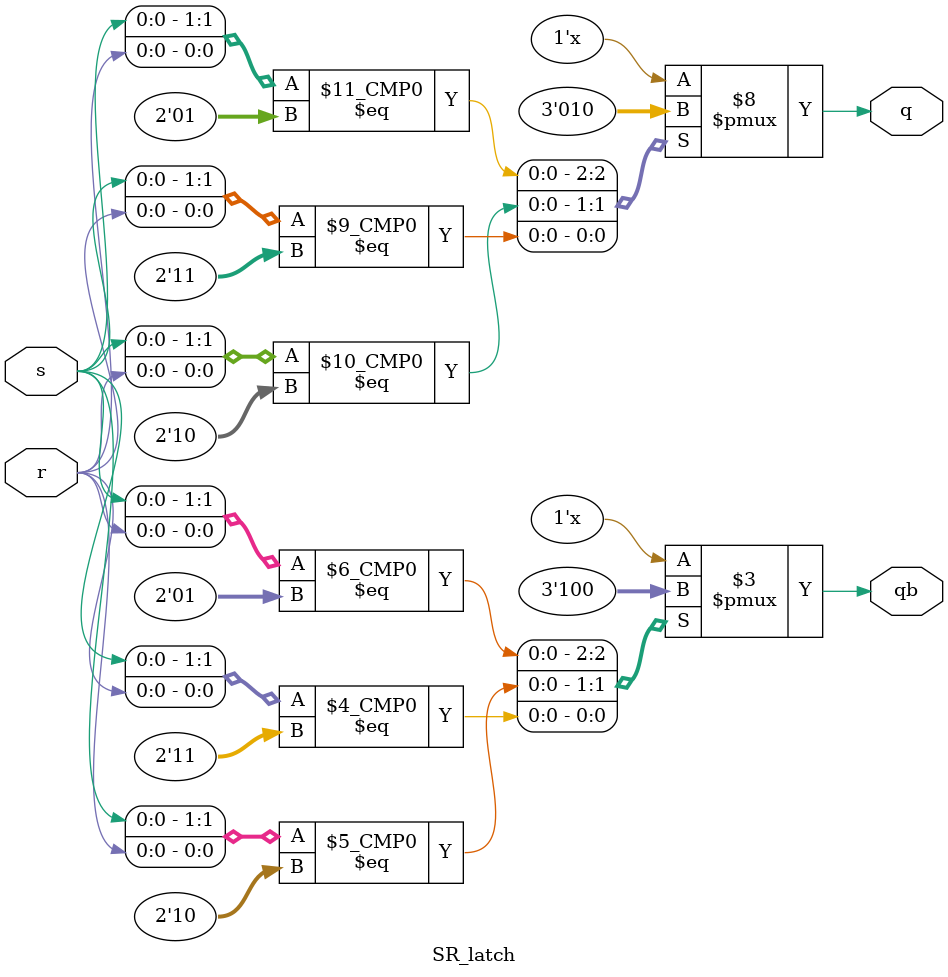
<source format=v>
module SR_latch(q, qb, s, r);
  input s, r;
  output reg q, qb;

always @(*)
case({s, r})
  2'b01 : begin q = 1'b0; qb = 1'b1;end
  2'b10 : begin q = 1'b1; qb = 1'b0;end
  2'b11 : begin q = 1'b0; qb = 1'b0;end
endcase
endmodule 
</source>
